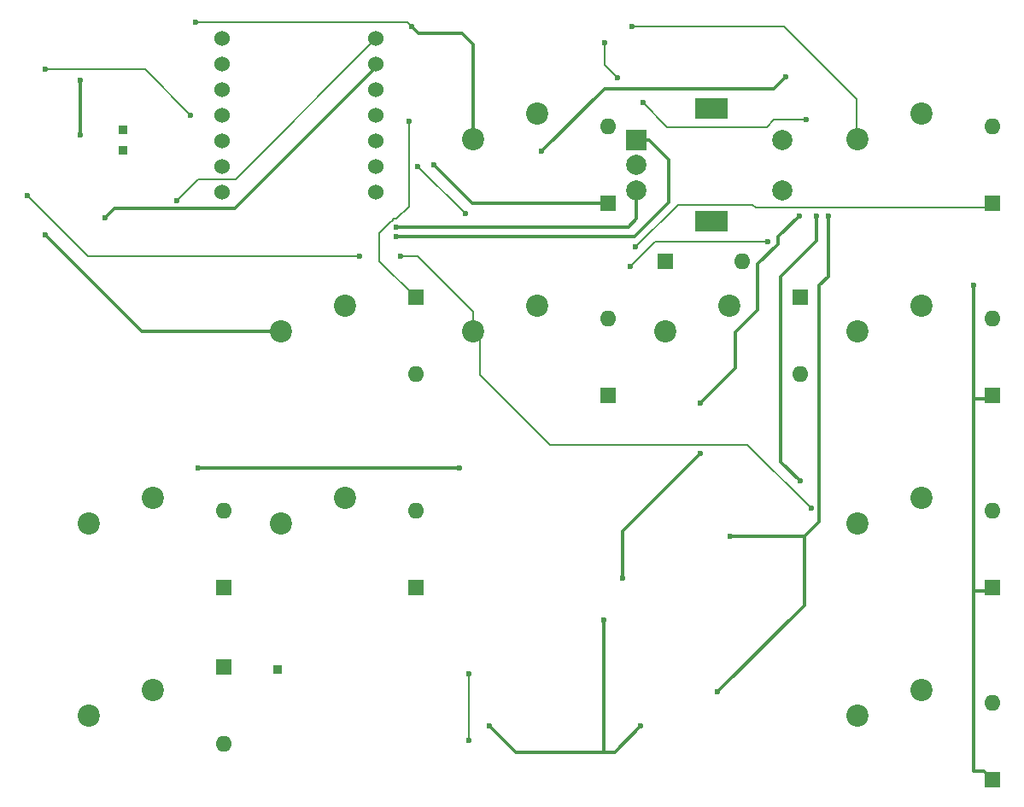
<source format=gbr>
%TF.GenerationSoftware,KiCad,Pcbnew,8.99.0-3401-ge9e4e7a3ff*%
%TF.CreationDate,2025-02-25T13:13:07+01:00*%
%TF.ProjectId,hackpad,6861636b-7061-4642-9e6b-696361645f70,rev?*%
%TF.SameCoordinates,Original*%
%TF.FileFunction,Copper,L2,Bot*%
%TF.FilePolarity,Positive*%
%FSLAX46Y46*%
G04 Gerber Fmt 4.6, Leading zero omitted, Abs format (unit mm)*
G04 Created by KiCad (PCBNEW 8.99.0-3401-ge9e4e7a3ff) date 2025-02-25 13:13:07*
%MOMM*%
%LPD*%
G01*
G04 APERTURE LIST*
%TA.AperFunction,ComponentPad*%
%ADD10C,2.200000*%
%TD*%
%TA.AperFunction,ComponentPad*%
%ADD11R,0.850000X0.850000*%
%TD*%
%TA.AperFunction,ComponentPad*%
%ADD12R,1.600000X1.600000*%
%TD*%
%TA.AperFunction,ComponentPad*%
%ADD13O,1.600000X1.600000*%
%TD*%
%TA.AperFunction,ComponentPad*%
%ADD14C,1.524000*%
%TD*%
%TA.AperFunction,ComponentPad*%
%ADD15R,2.000000X2.000000*%
%TD*%
%TA.AperFunction,ComponentPad*%
%ADD16C,2.000000*%
%TD*%
%TA.AperFunction,ComponentPad*%
%ADD17R,3.200000X2.000000*%
%TD*%
%TA.AperFunction,ViaPad*%
%ADD18C,0.600000*%
%TD*%
%TA.AperFunction,Conductor*%
%ADD19C,0.200000*%
%TD*%
%TA.AperFunction,Conductor*%
%ADD20C,0.300000*%
%TD*%
G04 APERTURE END LIST*
D10*
%TO.P,SW2,1,1*%
%TO.N,Net-(D2-A)*%
X121443750Y-59531250D03*
%TO.P,SW2,2,2*%
%TO.N,COL2*%
X115093750Y-62071250D03*
%TD*%
D11*
%TO.P,J3,1,Pin_1*%
%TO.N,Net-(J3-Pin_1)*%
X42303750Y-44111250D03*
%TD*%
D12*
%TO.P,D12,1,K*%
%TO.N,ROW3*%
X52228726Y-95329404D03*
D13*
%TO.P,D12,2,A*%
%TO.N,Net-(D12-A)*%
X52228726Y-102949404D03*
%TD*%
D10*
%TO.P,SW5,1,1*%
%TO.N,Net-(D5-A)*%
X83343750Y-40481250D03*
%TO.P,SW5,2,2*%
%TO.N,COL1*%
X76993750Y-43021250D03*
%TD*%
D12*
%TO.P,D10,1,K*%
%TO.N,ROW3*%
X71278742Y-87471266D03*
D13*
%TO.P,D10,2,A*%
%TO.N,Net-(D10-A)*%
X71278742Y-79851266D03*
%TD*%
D11*
%TO.P,J2,1,Pin_1*%
%TO.N,Net-(D20-DOUT)*%
X57586543Y-95567526D03*
%TD*%
%TO.P,J1,1,Pin_1*%
%TO.N,RGB_IN*%
X42303750Y-42111250D03*
%TD*%
D10*
%TO.P,SW11,1,1*%
%TO.N,Net-(D11-A)*%
X45243750Y-78581250D03*
%TO.P,SW11,2,2*%
%TO.N,COL3*%
X38893750Y-81121250D03*
%TD*%
%TO.P,SW7,1,1*%
%TO.N,Net-(D7-A)*%
X102393750Y-59531250D03*
%TO.P,SW7,2,2*%
%TO.N,COL3*%
X96043750Y-62071250D03*
%TD*%
%TO.P,SW10,1,1*%
%TO.N,Net-(D10-A)*%
X64293750Y-78581250D03*
%TO.P,SW10,2,2*%
%TO.N,COL2*%
X57943750Y-81121250D03*
%TD*%
D14*
%TO.P,U1,1,PA02_A0_D0*%
%TO.N,COL1*%
X52130000Y-33011250D03*
%TO.P,U1,2,PA4_A1_D1*%
%TO.N,COL2*%
X52130000Y-35551250D03*
%TO.P,U1,3,PA10_A2_D2*%
%TO.N,COL3*%
X52130000Y-38091250D03*
%TO.P,U1,4,PA11_A3_D3*%
%TO.N,COL4*%
X52130000Y-40631250D03*
%TO.P,U1,5,PA8_A4_D4_SDA*%
%TO.N,RGB_IN*%
X52130000Y-43171250D03*
%TO.P,U1,6,PA9_A5_D5_SCL*%
%TO.N,Net-(J3-Pin_1)*%
X52130000Y-45711250D03*
%TO.P,U1,7,PB08_A6_D6_TX*%
%TO.N,rotencA*%
X52130000Y-48251250D03*
%TO.P,U1,8,PB09_A7_D7_RX*%
%TO.N,rotencB*%
X67370000Y-48251250D03*
%TO.P,U1,9,PA7_A8_D8_SCK*%
%TO.N,ROW1*%
X67370000Y-45711250D03*
%TO.P,U1,10,PA5_A9_D9_MISO*%
%TO.N,ROW2*%
X67370000Y-43171250D03*
%TO.P,U1,11,PA6_A10_D10_MOSI*%
%TO.N,ROW3*%
X67370000Y-40631250D03*
%TO.P,U1,12,3V3*%
%TO.N,+3V3*%
X67370000Y-38091250D03*
%TO.P,U1,13,GND*%
%TO.N,GND*%
X67370000Y-35551250D03*
%TO.P,U1,14,5V*%
%TO.N,+5V*%
X67370000Y-33011250D03*
%TD*%
D10*
%TO.P,SW8,1,1*%
%TO.N,Net-(D8-A)*%
X83343750Y-59531250D03*
%TO.P,SW8,2,2*%
%TO.N,COL4*%
X76993750Y-62071250D03*
%TD*%
D15*
%TO.P,SW3,A,A*%
%TO.N,rotencA*%
X93153750Y-43061250D03*
D16*
%TO.P,SW3,B,B*%
%TO.N,rotencB*%
X93153750Y-48061250D03*
%TO.P,SW3,C,C*%
%TO.N,GND*%
X93153750Y-45561250D03*
D17*
%TO.P,SW3,MP,MP*%
%TO.N,unconnected-(SW3-PadMP)*%
X100653750Y-39961250D03*
X100653750Y-51161250D03*
D16*
%TO.P,SW3,S1,S1*%
%TO.N,COL2*%
X107653750Y-48061250D03*
%TO.P,SW3,S2,S2*%
%TO.N,Net-(D6-A)*%
X107653750Y-43061250D03*
%TD*%
D12*
%TO.P,D11,1,K*%
%TO.N,ROW3*%
X52228726Y-87471266D03*
D13*
%TO.P,D11,2,A*%
%TO.N,Net-(D11-A)*%
X52228726Y-79851266D03*
%TD*%
D10*
%TO.P,SW12,1,1*%
%TO.N,Net-(D12-A)*%
X45243750Y-97631250D03*
%TO.P,SW12,2,2*%
%TO.N,COL4*%
X38893750Y-100171250D03*
%TD*%
%TO.P,SW9,1,1*%
%TO.N,Net-(D9-A)*%
X64293750Y-59531250D03*
%TO.P,SW9,2,2*%
%TO.N,COL1*%
X57943750Y-62071250D03*
%TD*%
%TO.P,SW1,1,1*%
%TO.N,Net-(D1-A)*%
X121443750Y-40481250D03*
%TO.P,SW1,2,2*%
%TO.N,COL1*%
X115093750Y-43021250D03*
%TD*%
%TO.P,SW6,1,1*%
%TO.N,Net-(D3-A)*%
X121440000Y-78562500D03*
%TO.P,SW6,2,2*%
%TO.N,COL3*%
X115090000Y-81102500D03*
%TD*%
%TO.P,SW4,1,1*%
%TO.N,Net-(D4-A)*%
X121440000Y-97612500D03*
%TO.P,SW4,2,2*%
%TO.N,COL4*%
X115090000Y-100152500D03*
%TD*%
D12*
%TO.P,D5,1,K*%
%TO.N,ROW2*%
X90328758Y-49371234D03*
D13*
%TO.P,D5,2,A*%
%TO.N,Net-(D5-A)*%
X90328758Y-41751234D03*
%TD*%
D12*
%TO.P,D6,1,K*%
%TO.N,ROW2*%
X96043766Y-55086242D03*
D13*
%TO.P,D6,2,A*%
%TO.N,Net-(D6-A)*%
X103663766Y-55086242D03*
%TD*%
D12*
%TO.P,D2,1,K*%
%TO.N,ROW1*%
X128428790Y-68421250D03*
D13*
%TO.P,D2,2,A*%
%TO.N,Net-(D2-A)*%
X128428790Y-60801250D03*
%TD*%
D12*
%TO.P,D7,1,K*%
%TO.N,ROW2*%
X109378774Y-58658120D03*
D13*
%TO.P,D7,2,A*%
%TO.N,Net-(D7-A)*%
X109378774Y-66278120D03*
%TD*%
D12*
%TO.P,D8,1,K*%
%TO.N,ROW2*%
X90328758Y-68421250D03*
D13*
%TO.P,D8,2,A*%
%TO.N,Net-(D8-A)*%
X90328758Y-60801250D03*
%TD*%
D12*
%TO.P,D4,1,K*%
%TO.N,ROW1*%
X128428790Y-106521282D03*
D13*
%TO.P,D4,2,A*%
%TO.N,Net-(D4-A)*%
X128428790Y-98901282D03*
%TD*%
D12*
%TO.P,D1,1,K*%
%TO.N,ROW1*%
X128428790Y-49371234D03*
D13*
%TO.P,D1,2,A*%
%TO.N,Net-(D1-A)*%
X128428790Y-41751234D03*
%TD*%
D12*
%TO.P,D9,1,K*%
%TO.N,ROW3*%
X71278742Y-58658120D03*
D13*
%TO.P,D9,2,A*%
%TO.N,Net-(D9-A)*%
X71278742Y-66278120D03*
%TD*%
D12*
%TO.P,D3,1,K*%
%TO.N,ROW1*%
X128428790Y-87471266D03*
D13*
%TO.P,D3,2,A*%
%TO.N,Net-(D3-A)*%
X128428790Y-79851266D03*
%TD*%
D18*
%TO.N,ROW1*%
X126642851Y-57467494D03*
X71503750Y-45711250D03*
X76203750Y-50411250D03*
X93103750Y-53711250D03*
%TO.N,ROW2*%
X73064681Y-45561234D03*
%TO.N,ROW3*%
X70603750Y-41211250D03*
%TO.N,+5V*%
X102503750Y-82411250D03*
X47603750Y-49111250D03*
X112203750Y-50611250D03*
X101203750Y-97811250D03*
%TO.N,GND*%
X99503750Y-69211250D03*
X89903750Y-90711250D03*
X78603750Y-101211250D03*
X109303750Y-50611250D03*
X40503750Y-50811250D03*
X99503750Y-74211250D03*
X91803750Y-86511250D03*
X93603750Y-101211250D03*
%TO.N,Net-(D13-DOUT)*%
X83803750Y-44211250D03*
X108003750Y-36811250D03*
%TO.N,Net-(D15-DOUT)*%
X109403750Y-76911250D03*
X91303750Y-36911250D03*
X111003750Y-50611250D03*
X90003750Y-33411250D03*
X110003750Y-41111250D03*
X93803750Y-39411250D03*
%TO.N,Net-(D17-DOUT)*%
X76603750Y-96011250D03*
X76603750Y-102611250D03*
%TO.N,COL1*%
X49503750Y-31411250D03*
X34603750Y-52511250D03*
X92703750Y-31811250D03*
X70903750Y-31811250D03*
%TO.N,COL2*%
X92603750Y-55611250D03*
X38003750Y-42611250D03*
X106203750Y-53211250D03*
X38003750Y-37211250D03*
%TO.N,rotencB*%
X69403750Y-51711250D03*
%TO.N,rotencA*%
X69403750Y-52711250D03*
%TO.N,COL3*%
X49703750Y-75611250D03*
X75603750Y-75611250D03*
%TO.N,COL4*%
X34603750Y-36111250D03*
X49003750Y-40611250D03*
X32803750Y-48611250D03*
X65703750Y-54611250D03*
X69803750Y-54611250D03*
X110503750Y-79611250D03*
%TD*%
D19*
%TO.N,ROW1*%
X104703750Y-49511250D02*
X105003750Y-49811250D01*
D20*
X126642851Y-87828457D02*
X126642851Y-105687847D01*
X128071599Y-68778441D02*
X128428790Y-68421250D01*
D19*
X71503750Y-45711250D02*
X76203750Y-50411250D01*
D20*
X128071599Y-87828457D02*
X128428790Y-87471266D01*
X126642851Y-105687847D02*
X127595355Y-105687847D01*
D19*
X97303750Y-49511250D02*
X104703750Y-49511250D01*
X127988774Y-49811250D02*
X128428790Y-49371234D01*
D20*
X126642851Y-68778441D02*
X128071599Y-68778441D01*
X126642851Y-68778441D02*
X126642851Y-87828457D01*
X126642851Y-57467494D02*
X126642851Y-68778441D01*
X126642851Y-87828457D02*
X128071599Y-87828457D01*
D19*
X93103750Y-53711250D02*
X97303750Y-49511250D01*
D20*
X127595355Y-105687847D02*
X128428790Y-106521282D01*
D19*
X105003750Y-49811250D02*
X127988774Y-49811250D01*
D20*
%TO.N,ROW2*%
X67378732Y-43179982D02*
X67370000Y-43171250D01*
X90328758Y-49371234D02*
X76874681Y-49371234D01*
X76874681Y-49371234D02*
X73064681Y-45561234D01*
D19*
%TO.N,ROW3*%
X69403750Y-50911250D02*
X69103750Y-50911250D01*
X67703750Y-55083128D02*
X71278742Y-58658120D01*
X68903750Y-51111250D02*
X67703750Y-52311250D01*
X70603750Y-49711250D02*
X69403750Y-50911250D01*
X68903750Y-51110250D02*
X68903750Y-51111250D01*
X69103750Y-50911250D02*
X68904750Y-51110250D01*
X67703750Y-52311250D02*
X67703750Y-55083128D01*
X68904750Y-51110250D02*
X68903750Y-51110250D01*
X70603750Y-41211250D02*
X70603750Y-49711250D01*
D20*
%TO.N,+5V*%
X47603750Y-49111250D02*
X47703750Y-49111250D01*
D19*
X49753750Y-46961250D02*
X53420000Y-46961250D01*
D20*
X109803750Y-82411250D02*
X102503750Y-82411250D01*
X112203750Y-56611250D02*
X111303750Y-57511250D01*
D19*
X47603750Y-49111250D02*
X49753750Y-46961250D01*
D20*
X109803750Y-89211250D02*
X101203750Y-97811250D01*
D19*
X53420000Y-46961250D02*
X67370000Y-33011250D01*
D20*
X109803750Y-82411250D02*
X109803750Y-89211250D01*
X112203750Y-50611250D02*
X112203750Y-56611250D01*
X111303750Y-80911250D02*
X109803750Y-82411250D01*
X111303750Y-57511250D02*
X111303750Y-80911250D01*
%TO.N,GND*%
X81903750Y-103811250D02*
X81203750Y-103811250D01*
X91803750Y-81911250D02*
X91803750Y-86511250D01*
X81203750Y-103811250D02*
X78603750Y-101211250D01*
X67370000Y-35945000D02*
X67370000Y-35551250D01*
X91003750Y-103811250D02*
X89903750Y-103811250D01*
X105203750Y-55411250D02*
X105203750Y-59911250D01*
X93603750Y-101211250D02*
X91003750Y-103811250D01*
X105203750Y-59911250D02*
X103003750Y-62111250D01*
X89903750Y-103811250D02*
X89903750Y-90711250D01*
X53403750Y-49911250D02*
X67370000Y-35945000D01*
X40503750Y-50811250D02*
X41403750Y-49911250D01*
X107203750Y-52711250D02*
X107203750Y-53411250D01*
X99503750Y-74211250D02*
X91803750Y-81911250D01*
X89903750Y-103811250D02*
X81903750Y-103811250D01*
X41403750Y-49911250D02*
X53403750Y-49911250D01*
X103003750Y-62111250D02*
X103003750Y-65711250D01*
X109303750Y-50611250D02*
X107203750Y-52711250D01*
X107203750Y-53411250D02*
X105203750Y-55411250D01*
X103003750Y-65711250D02*
X99503750Y-69211250D01*
%TO.N,Net-(D13-DOUT)*%
X90003750Y-38011250D02*
X105803750Y-38011250D01*
X83803750Y-44211250D02*
X90003750Y-38011250D01*
X106803750Y-38011250D02*
X108003750Y-36811250D01*
X105803750Y-38011250D02*
X106803750Y-38011250D01*
D19*
%TO.N,Net-(D15-DOUT)*%
X106103750Y-41811250D02*
X106803750Y-41111250D01*
X96203750Y-41811250D02*
X106103750Y-41811250D01*
D20*
X107503750Y-75011250D02*
X109403750Y-76911250D01*
X111003750Y-50611250D02*
X111003750Y-53111250D01*
D19*
X93803750Y-39411250D02*
X96203750Y-41811250D01*
X90003750Y-35611250D02*
X91303750Y-36911250D01*
D20*
X107503750Y-56611250D02*
X107503750Y-75011250D01*
D19*
X90003750Y-33411250D02*
X90003750Y-35611250D01*
D20*
X111003750Y-53111250D02*
X107503750Y-56611250D01*
D19*
X106803750Y-41111250D02*
X110003750Y-41111250D01*
%TO.N,Net-(D17-DOUT)*%
X76603750Y-102611250D02*
X76603750Y-96011250D01*
D20*
%TO.N,COL1*%
X44163750Y-62071250D02*
X57943750Y-62071250D01*
X76993750Y-33601250D02*
X76993750Y-43021250D01*
D19*
X49503750Y-31411250D02*
X70503750Y-31411250D01*
X115003750Y-39011250D02*
X115003750Y-42931250D01*
X92703750Y-31811250D02*
X107803750Y-31811250D01*
D20*
X71603750Y-32511250D02*
X75903750Y-32511250D01*
D19*
X115003750Y-42931250D02*
X115093750Y-43021250D01*
X107803750Y-31811250D02*
X115003750Y-39011250D01*
D20*
X75903750Y-32511250D02*
X76993750Y-33601250D01*
X34603750Y-52511250D02*
X44163750Y-62071250D01*
X70903750Y-31811250D02*
X71603750Y-32511250D01*
D19*
X70503750Y-31411250D02*
X70903750Y-31811250D01*
%TO.N,COL2*%
X95003750Y-53211250D02*
X92603750Y-55611250D01*
D20*
X38003750Y-42611250D02*
X38003750Y-37211250D01*
D19*
X106203750Y-53211250D02*
X95003750Y-53211250D01*
D20*
%TO.N,rotencB*%
X93203750Y-50911250D02*
X93203750Y-50611250D01*
X93153750Y-50561250D02*
X93153750Y-48061250D01*
X92403750Y-51711250D02*
X93203750Y-50911250D01*
X69403750Y-51711250D02*
X92403750Y-51711250D01*
X93203750Y-50611250D02*
X93153750Y-50561250D01*
%TO.N,rotencA*%
X96403750Y-49311250D02*
X96403750Y-45011250D01*
X94453750Y-43061250D02*
X93153750Y-43061250D01*
X93003750Y-52711250D02*
X96403750Y-49311250D01*
X69403750Y-52711250D02*
X93003750Y-52711250D01*
X96403750Y-45011250D02*
X94453750Y-43061250D01*
D19*
%TO.N,COL3*%
X96043750Y-62071250D02*
X96603750Y-62631250D01*
D20*
X49703750Y-75611250D02*
X75603750Y-75611250D01*
D19*
%TO.N,COL4*%
X104203750Y-73311250D02*
X110503750Y-79611250D01*
X69803750Y-54611250D02*
X71503750Y-54611250D01*
X38803750Y-54611250D02*
X65703750Y-54611250D01*
X76993750Y-60321250D02*
X76993750Y-62071250D01*
X84603750Y-73311250D02*
X104203750Y-73311250D01*
X49003750Y-40611250D02*
X44503750Y-36111250D01*
X71503750Y-54611250D02*
X77003750Y-60111250D01*
X76993750Y-62071250D02*
X77703750Y-62781250D01*
X32803750Y-48611250D02*
X38803750Y-54611250D01*
X77703750Y-66411250D02*
X84603750Y-73311250D01*
X77003750Y-60111250D02*
X77003750Y-60311250D01*
X77003750Y-60311250D02*
X76993750Y-60321250D01*
X77703750Y-62781250D02*
X77703750Y-66411250D01*
X44503750Y-36111250D02*
X34603750Y-36111250D01*
%TD*%
M02*

</source>
